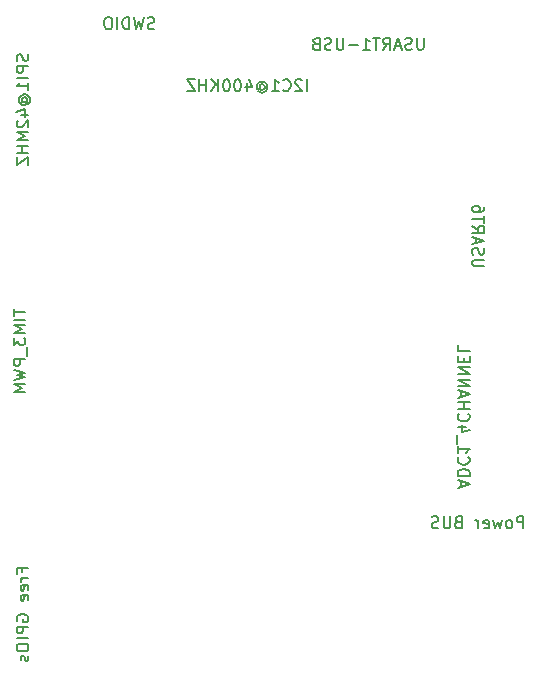
<source format=gbr>
G04 #@! TF.GenerationSoftware,KiCad,Pcbnew,(5.1.5)-2*
G04 #@! TF.CreationDate,2020-05-24T12:04:12+08:00*
G04 #@! TF.ProjectId,Bonjour STM32,426f6e6a-6f75-4722-9053-544d33322e6b,rev?*
G04 #@! TF.SameCoordinates,Original*
G04 #@! TF.FileFunction,Legend,Bot*
G04 #@! TF.FilePolarity,Positive*
%FSLAX46Y46*%
G04 Gerber Fmt 4.6, Leading zero omitted, Abs format (unit mm)*
G04 Created by KiCad (PCBNEW (5.1.5)-2) date 2020-05-24 12:04:12*
%MOMM*%
%LPD*%
G04 APERTURE LIST*
%ADD10C,0.150000*%
G04 APERTURE END LIST*
D10*
X199666666Y-58452380D02*
X199666666Y-59261904D01*
X199619047Y-59357142D01*
X199571428Y-59404761D01*
X199476190Y-59452380D01*
X199285714Y-59452380D01*
X199190476Y-59404761D01*
X199142857Y-59357142D01*
X199095238Y-59261904D01*
X199095238Y-58452380D01*
X198666666Y-59404761D02*
X198523809Y-59452380D01*
X198285714Y-59452380D01*
X198190476Y-59404761D01*
X198142857Y-59357142D01*
X198095238Y-59261904D01*
X198095238Y-59166666D01*
X198142857Y-59071428D01*
X198190476Y-59023809D01*
X198285714Y-58976190D01*
X198476190Y-58928571D01*
X198571428Y-58880952D01*
X198619047Y-58833333D01*
X198666666Y-58738095D01*
X198666666Y-58642857D01*
X198619047Y-58547619D01*
X198571428Y-58500000D01*
X198476190Y-58452380D01*
X198238095Y-58452380D01*
X198095238Y-58500000D01*
X197714285Y-59166666D02*
X197238095Y-59166666D01*
X197809523Y-59452380D02*
X197476190Y-58452380D01*
X197142857Y-59452380D01*
X196238095Y-59452380D02*
X196571428Y-58976190D01*
X196809523Y-59452380D02*
X196809523Y-58452380D01*
X196428571Y-58452380D01*
X196333333Y-58500000D01*
X196285714Y-58547619D01*
X196238095Y-58642857D01*
X196238095Y-58785714D01*
X196285714Y-58880952D01*
X196333333Y-58928571D01*
X196428571Y-58976190D01*
X196809523Y-58976190D01*
X195952380Y-58452380D02*
X195380952Y-58452380D01*
X195666666Y-59452380D02*
X195666666Y-58452380D01*
X194523809Y-59452380D02*
X195095238Y-59452380D01*
X194809523Y-59452380D02*
X194809523Y-58452380D01*
X194904761Y-58595238D01*
X195000000Y-58690476D01*
X195095238Y-58738095D01*
X194095238Y-59071428D02*
X193333333Y-59071428D01*
X192857142Y-58452380D02*
X192857142Y-59261904D01*
X192809523Y-59357142D01*
X192761904Y-59404761D01*
X192666666Y-59452380D01*
X192476190Y-59452380D01*
X192380952Y-59404761D01*
X192333333Y-59357142D01*
X192285714Y-59261904D01*
X192285714Y-58452380D01*
X191857142Y-59404761D02*
X191714285Y-59452380D01*
X191476190Y-59452380D01*
X191380952Y-59404761D01*
X191333333Y-59357142D01*
X191285714Y-59261904D01*
X191285714Y-59166666D01*
X191333333Y-59071428D01*
X191380952Y-59023809D01*
X191476190Y-58976190D01*
X191666666Y-58928571D01*
X191761904Y-58880952D01*
X191809523Y-58833333D01*
X191857142Y-58738095D01*
X191857142Y-58642857D01*
X191809523Y-58547619D01*
X191761904Y-58500000D01*
X191666666Y-58452380D01*
X191428571Y-58452380D01*
X191285714Y-58500000D01*
X190523809Y-58928571D02*
X190380952Y-58976190D01*
X190333333Y-59023809D01*
X190285714Y-59119047D01*
X190285714Y-59261904D01*
X190333333Y-59357142D01*
X190380952Y-59404761D01*
X190476190Y-59452380D01*
X190857142Y-59452380D01*
X190857142Y-58452380D01*
X190523809Y-58452380D01*
X190428571Y-58500000D01*
X190380952Y-58547619D01*
X190333333Y-58642857D01*
X190333333Y-58738095D01*
X190380952Y-58833333D01*
X190428571Y-58880952D01*
X190523809Y-58928571D01*
X190857142Y-58928571D01*
X176869047Y-57654761D02*
X176726190Y-57702380D01*
X176488095Y-57702380D01*
X176392857Y-57654761D01*
X176345238Y-57607142D01*
X176297619Y-57511904D01*
X176297619Y-57416666D01*
X176345238Y-57321428D01*
X176392857Y-57273809D01*
X176488095Y-57226190D01*
X176678571Y-57178571D01*
X176773809Y-57130952D01*
X176821428Y-57083333D01*
X176869047Y-56988095D01*
X176869047Y-56892857D01*
X176821428Y-56797619D01*
X176773809Y-56750000D01*
X176678571Y-56702380D01*
X176440476Y-56702380D01*
X176297619Y-56750000D01*
X175964285Y-56702380D02*
X175726190Y-57702380D01*
X175535714Y-56988095D01*
X175345238Y-57702380D01*
X175107142Y-56702380D01*
X174726190Y-57702380D02*
X174726190Y-56702380D01*
X174488095Y-56702380D01*
X174345238Y-56750000D01*
X174250000Y-56845238D01*
X174202380Y-56940476D01*
X174154761Y-57130952D01*
X174154761Y-57273809D01*
X174202380Y-57464285D01*
X174250000Y-57559523D01*
X174345238Y-57654761D01*
X174488095Y-57702380D01*
X174726190Y-57702380D01*
X173726190Y-57702380D02*
X173726190Y-56702380D01*
X173059523Y-56702380D02*
X172869047Y-56702380D01*
X172773809Y-56750000D01*
X172678571Y-56845238D01*
X172630952Y-57035714D01*
X172630952Y-57369047D01*
X172678571Y-57559523D01*
X172773809Y-57654761D01*
X172869047Y-57702380D01*
X173059523Y-57702380D01*
X173154761Y-57654761D01*
X173250000Y-57559523D01*
X173297619Y-57369047D01*
X173297619Y-57035714D01*
X173250000Y-56845238D01*
X173154761Y-56750000D01*
X173059523Y-56702380D01*
X208107142Y-99952380D02*
X208107142Y-98952380D01*
X207726190Y-98952380D01*
X207630952Y-99000000D01*
X207583333Y-99047619D01*
X207535714Y-99142857D01*
X207535714Y-99285714D01*
X207583333Y-99380952D01*
X207630952Y-99428571D01*
X207726190Y-99476190D01*
X208107142Y-99476190D01*
X206964285Y-99952380D02*
X207059523Y-99904761D01*
X207107142Y-99857142D01*
X207154761Y-99761904D01*
X207154761Y-99476190D01*
X207107142Y-99380952D01*
X207059523Y-99333333D01*
X206964285Y-99285714D01*
X206821428Y-99285714D01*
X206726190Y-99333333D01*
X206678571Y-99380952D01*
X206630952Y-99476190D01*
X206630952Y-99761904D01*
X206678571Y-99857142D01*
X206726190Y-99904761D01*
X206821428Y-99952380D01*
X206964285Y-99952380D01*
X206297619Y-99285714D02*
X206107142Y-99952380D01*
X205916666Y-99476190D01*
X205726190Y-99952380D01*
X205535714Y-99285714D01*
X204773809Y-99904761D02*
X204869047Y-99952380D01*
X205059523Y-99952380D01*
X205154761Y-99904761D01*
X205202380Y-99809523D01*
X205202380Y-99428571D01*
X205154761Y-99333333D01*
X205059523Y-99285714D01*
X204869047Y-99285714D01*
X204773809Y-99333333D01*
X204726190Y-99428571D01*
X204726190Y-99523809D01*
X205202380Y-99619047D01*
X204297619Y-99952380D02*
X204297619Y-99285714D01*
X204297619Y-99476190D02*
X204250000Y-99380952D01*
X204202380Y-99333333D01*
X204107142Y-99285714D01*
X204011904Y-99285714D01*
X202583333Y-99428571D02*
X202440476Y-99476190D01*
X202392857Y-99523809D01*
X202345238Y-99619047D01*
X202345238Y-99761904D01*
X202392857Y-99857142D01*
X202440476Y-99904761D01*
X202535714Y-99952380D01*
X202916666Y-99952380D01*
X202916666Y-98952380D01*
X202583333Y-98952380D01*
X202488095Y-99000000D01*
X202440476Y-99047619D01*
X202392857Y-99142857D01*
X202392857Y-99238095D01*
X202440476Y-99333333D01*
X202488095Y-99380952D01*
X202583333Y-99428571D01*
X202916666Y-99428571D01*
X201916666Y-98952380D02*
X201916666Y-99761904D01*
X201869047Y-99857142D01*
X201821428Y-99904761D01*
X201726190Y-99952380D01*
X201535714Y-99952380D01*
X201440476Y-99904761D01*
X201392857Y-99857142D01*
X201345238Y-99761904D01*
X201345238Y-98952380D01*
X200916666Y-99904761D02*
X200773809Y-99952380D01*
X200535714Y-99952380D01*
X200440476Y-99904761D01*
X200392857Y-99857142D01*
X200345238Y-99761904D01*
X200345238Y-99666666D01*
X200392857Y-99571428D01*
X200440476Y-99523809D01*
X200535714Y-99476190D01*
X200726190Y-99428571D01*
X200821428Y-99380952D01*
X200869047Y-99333333D01*
X200916666Y-99238095D01*
X200916666Y-99142857D01*
X200869047Y-99047619D01*
X200821428Y-99000000D01*
X200726190Y-98952380D01*
X200488095Y-98952380D01*
X200345238Y-99000000D01*
X202833333Y-96428571D02*
X202833333Y-95952380D01*
X202547619Y-96523809D02*
X203547619Y-96190476D01*
X202547619Y-95857142D01*
X202547619Y-95523809D02*
X203547619Y-95523809D01*
X203547619Y-95285714D01*
X203500000Y-95142857D01*
X203404761Y-95047619D01*
X203309523Y-95000000D01*
X203119047Y-94952380D01*
X202976190Y-94952380D01*
X202785714Y-95000000D01*
X202690476Y-95047619D01*
X202595238Y-95142857D01*
X202547619Y-95285714D01*
X202547619Y-95523809D01*
X202642857Y-93952380D02*
X202595238Y-94000000D01*
X202547619Y-94142857D01*
X202547619Y-94238095D01*
X202595238Y-94380952D01*
X202690476Y-94476190D01*
X202785714Y-94523809D01*
X202976190Y-94571428D01*
X203119047Y-94571428D01*
X203309523Y-94523809D01*
X203404761Y-94476190D01*
X203500000Y-94380952D01*
X203547619Y-94238095D01*
X203547619Y-94142857D01*
X203500000Y-94000000D01*
X203452380Y-93952380D01*
X202547619Y-93000000D02*
X202547619Y-93571428D01*
X202547619Y-93285714D02*
X203547619Y-93285714D01*
X203404761Y-93380952D01*
X203309523Y-93476190D01*
X203261904Y-93571428D01*
X202452380Y-92809523D02*
X202452380Y-92047619D01*
X203214285Y-91380952D02*
X202547619Y-91380952D01*
X203595238Y-91619047D02*
X202880952Y-91857142D01*
X202880952Y-91238095D01*
X202642857Y-90285714D02*
X202595238Y-90333333D01*
X202547619Y-90476190D01*
X202547619Y-90571428D01*
X202595238Y-90714285D01*
X202690476Y-90809523D01*
X202785714Y-90857142D01*
X202976190Y-90904761D01*
X203119047Y-90904761D01*
X203309523Y-90857142D01*
X203404761Y-90809523D01*
X203500000Y-90714285D01*
X203547619Y-90571428D01*
X203547619Y-90476190D01*
X203500000Y-90333333D01*
X203452380Y-90285714D01*
X202547619Y-89857142D02*
X203547619Y-89857142D01*
X203071428Y-89857142D02*
X203071428Y-89285714D01*
X202547619Y-89285714D02*
X203547619Y-89285714D01*
X202833333Y-88857142D02*
X202833333Y-88380952D01*
X202547619Y-88952380D02*
X203547619Y-88619047D01*
X202547619Y-88285714D01*
X202547619Y-87952380D02*
X203547619Y-87952380D01*
X202547619Y-87380952D01*
X203547619Y-87380952D01*
X202547619Y-86904761D02*
X203547619Y-86904761D01*
X202547619Y-86333333D01*
X203547619Y-86333333D01*
X203071428Y-85857142D02*
X203071428Y-85523809D01*
X202547619Y-85380952D02*
X202547619Y-85857142D01*
X203547619Y-85857142D01*
X203547619Y-85380952D01*
X202547619Y-84476190D02*
X202547619Y-84952380D01*
X203547619Y-84952380D01*
X189773809Y-62952380D02*
X189773809Y-61952380D01*
X189345238Y-62047619D02*
X189297619Y-62000000D01*
X189202380Y-61952380D01*
X188964285Y-61952380D01*
X188869047Y-62000000D01*
X188821428Y-62047619D01*
X188773809Y-62142857D01*
X188773809Y-62238095D01*
X188821428Y-62380952D01*
X189392857Y-62952380D01*
X188773809Y-62952380D01*
X187773809Y-62857142D02*
X187821428Y-62904761D01*
X187964285Y-62952380D01*
X188059523Y-62952380D01*
X188202380Y-62904761D01*
X188297619Y-62809523D01*
X188345238Y-62714285D01*
X188392857Y-62523809D01*
X188392857Y-62380952D01*
X188345238Y-62190476D01*
X188297619Y-62095238D01*
X188202380Y-62000000D01*
X188059523Y-61952380D01*
X187964285Y-61952380D01*
X187821428Y-62000000D01*
X187773809Y-62047619D01*
X186821428Y-62952380D02*
X187392857Y-62952380D01*
X187107142Y-62952380D02*
X187107142Y-61952380D01*
X187202380Y-62095238D01*
X187297619Y-62190476D01*
X187392857Y-62238095D01*
X185773809Y-62476190D02*
X185821428Y-62428571D01*
X185916666Y-62380952D01*
X186011904Y-62380952D01*
X186107142Y-62428571D01*
X186154761Y-62476190D01*
X186202380Y-62571428D01*
X186202380Y-62666666D01*
X186154761Y-62761904D01*
X186107142Y-62809523D01*
X186011904Y-62857142D01*
X185916666Y-62857142D01*
X185821428Y-62809523D01*
X185773809Y-62761904D01*
X185773809Y-62380952D02*
X185773809Y-62761904D01*
X185726190Y-62809523D01*
X185678571Y-62809523D01*
X185583333Y-62761904D01*
X185535714Y-62666666D01*
X185535714Y-62428571D01*
X185630952Y-62285714D01*
X185773809Y-62190476D01*
X185964285Y-62142857D01*
X186154761Y-62190476D01*
X186297619Y-62285714D01*
X186392857Y-62428571D01*
X186440476Y-62619047D01*
X186392857Y-62809523D01*
X186297619Y-62952380D01*
X186154761Y-63047619D01*
X185964285Y-63095238D01*
X185773809Y-63047619D01*
X185630952Y-62952380D01*
X184678571Y-62285714D02*
X184678571Y-62952380D01*
X184916666Y-61904761D02*
X185154761Y-62619047D01*
X184535714Y-62619047D01*
X183964285Y-61952380D02*
X183869047Y-61952380D01*
X183773809Y-62000000D01*
X183726190Y-62047619D01*
X183678571Y-62142857D01*
X183630952Y-62333333D01*
X183630952Y-62571428D01*
X183678571Y-62761904D01*
X183726190Y-62857142D01*
X183773809Y-62904761D01*
X183869047Y-62952380D01*
X183964285Y-62952380D01*
X184059523Y-62904761D01*
X184107142Y-62857142D01*
X184154761Y-62761904D01*
X184202380Y-62571428D01*
X184202380Y-62333333D01*
X184154761Y-62142857D01*
X184107142Y-62047619D01*
X184059523Y-62000000D01*
X183964285Y-61952380D01*
X183011904Y-61952380D02*
X182916666Y-61952380D01*
X182821428Y-62000000D01*
X182773809Y-62047619D01*
X182726190Y-62142857D01*
X182678571Y-62333333D01*
X182678571Y-62571428D01*
X182726190Y-62761904D01*
X182773809Y-62857142D01*
X182821428Y-62904761D01*
X182916666Y-62952380D01*
X183011904Y-62952380D01*
X183107142Y-62904761D01*
X183154761Y-62857142D01*
X183202380Y-62761904D01*
X183250000Y-62571428D01*
X183250000Y-62333333D01*
X183202380Y-62142857D01*
X183154761Y-62047619D01*
X183107142Y-62000000D01*
X183011904Y-61952380D01*
X182250000Y-62952380D02*
X182250000Y-61952380D01*
X181678571Y-62952380D02*
X182107142Y-62380952D01*
X181678571Y-61952380D02*
X182250000Y-62523809D01*
X181250000Y-62952380D02*
X181250000Y-61952380D01*
X181250000Y-62428571D02*
X180678571Y-62428571D01*
X180678571Y-62952380D02*
X180678571Y-61952380D01*
X180297619Y-61952380D02*
X179630952Y-61952380D01*
X180297619Y-62952380D01*
X179630952Y-62952380D01*
X165678571Y-103678571D02*
X165678571Y-103345238D01*
X166202380Y-103345238D02*
X165202380Y-103345238D01*
X165202380Y-103821428D01*
X166202380Y-104202380D02*
X165535714Y-104202380D01*
X165726190Y-104202380D02*
X165630952Y-104250000D01*
X165583333Y-104297619D01*
X165535714Y-104392857D01*
X165535714Y-104488095D01*
X166154761Y-105202380D02*
X166202380Y-105107142D01*
X166202380Y-104916666D01*
X166154761Y-104821428D01*
X166059523Y-104773809D01*
X165678571Y-104773809D01*
X165583333Y-104821428D01*
X165535714Y-104916666D01*
X165535714Y-105107142D01*
X165583333Y-105202380D01*
X165678571Y-105250000D01*
X165773809Y-105250000D01*
X165869047Y-104773809D01*
X166154761Y-106059523D02*
X166202380Y-105964285D01*
X166202380Y-105773809D01*
X166154761Y-105678571D01*
X166059523Y-105630952D01*
X165678571Y-105630952D01*
X165583333Y-105678571D01*
X165535714Y-105773809D01*
X165535714Y-105964285D01*
X165583333Y-106059523D01*
X165678571Y-106107142D01*
X165773809Y-106107142D01*
X165869047Y-105630952D01*
X165250000Y-107821428D02*
X165202380Y-107726190D01*
X165202380Y-107583333D01*
X165250000Y-107440476D01*
X165345238Y-107345238D01*
X165440476Y-107297619D01*
X165630952Y-107250000D01*
X165773809Y-107250000D01*
X165964285Y-107297619D01*
X166059523Y-107345238D01*
X166154761Y-107440476D01*
X166202380Y-107583333D01*
X166202380Y-107678571D01*
X166154761Y-107821428D01*
X166107142Y-107869047D01*
X165773809Y-107869047D01*
X165773809Y-107678571D01*
X166202380Y-108297619D02*
X165202380Y-108297619D01*
X165202380Y-108678571D01*
X165250000Y-108773809D01*
X165297619Y-108821428D01*
X165392857Y-108869047D01*
X165535714Y-108869047D01*
X165630952Y-108821428D01*
X165678571Y-108773809D01*
X165726190Y-108678571D01*
X165726190Y-108297619D01*
X166202380Y-109297619D02*
X165202380Y-109297619D01*
X165202380Y-109964285D02*
X165202380Y-110154761D01*
X165250000Y-110250000D01*
X165345238Y-110345238D01*
X165535714Y-110392857D01*
X165869047Y-110392857D01*
X166059523Y-110345238D01*
X166154761Y-110250000D01*
X166202380Y-110154761D01*
X166202380Y-109964285D01*
X166154761Y-109869047D01*
X166059523Y-109773809D01*
X165869047Y-109726190D01*
X165535714Y-109726190D01*
X165345238Y-109773809D01*
X165250000Y-109869047D01*
X165202380Y-109964285D01*
X166154761Y-110773809D02*
X166202380Y-110869047D01*
X166202380Y-111059523D01*
X166154761Y-111154761D01*
X166059523Y-111202380D01*
X166011904Y-111202380D01*
X165916666Y-111154761D01*
X165869047Y-111059523D01*
X165869047Y-110916666D01*
X165821428Y-110821428D01*
X165726190Y-110773809D01*
X165678571Y-110773809D01*
X165583333Y-110821428D01*
X165535714Y-110916666D01*
X165535714Y-111059523D01*
X165583333Y-111154761D01*
X164952380Y-81404761D02*
X164952380Y-81976190D01*
X165952380Y-81690476D02*
X164952380Y-81690476D01*
X165952380Y-82309523D02*
X164952380Y-82309523D01*
X165952380Y-82785714D02*
X164952380Y-82785714D01*
X165666666Y-83119047D01*
X164952380Y-83452380D01*
X165952380Y-83452380D01*
X164952380Y-83833333D02*
X164952380Y-84452380D01*
X165333333Y-84119047D01*
X165333333Y-84261904D01*
X165380952Y-84357142D01*
X165428571Y-84404761D01*
X165523809Y-84452380D01*
X165761904Y-84452380D01*
X165857142Y-84404761D01*
X165904761Y-84357142D01*
X165952380Y-84261904D01*
X165952380Y-83976190D01*
X165904761Y-83880952D01*
X165857142Y-83833333D01*
X166047619Y-84642857D02*
X166047619Y-85404761D01*
X165952380Y-85642857D02*
X164952380Y-85642857D01*
X164952380Y-86023809D01*
X165000000Y-86119047D01*
X165047619Y-86166666D01*
X165142857Y-86214285D01*
X165285714Y-86214285D01*
X165380952Y-86166666D01*
X165428571Y-86119047D01*
X165476190Y-86023809D01*
X165476190Y-85642857D01*
X164952380Y-86547619D02*
X165952380Y-86785714D01*
X165238095Y-86976190D01*
X165952380Y-87166666D01*
X164952380Y-87404761D01*
X165952380Y-87785714D02*
X164952380Y-87785714D01*
X165666666Y-88119047D01*
X164952380Y-88452380D01*
X165952380Y-88452380D01*
X204797619Y-77797619D02*
X203988095Y-77797619D01*
X203892857Y-77750000D01*
X203845238Y-77702380D01*
X203797619Y-77607142D01*
X203797619Y-77416666D01*
X203845238Y-77321428D01*
X203892857Y-77273809D01*
X203988095Y-77226190D01*
X204797619Y-77226190D01*
X203845238Y-76797619D02*
X203797619Y-76654761D01*
X203797619Y-76416666D01*
X203845238Y-76321428D01*
X203892857Y-76273809D01*
X203988095Y-76226190D01*
X204083333Y-76226190D01*
X204178571Y-76273809D01*
X204226190Y-76321428D01*
X204273809Y-76416666D01*
X204321428Y-76607142D01*
X204369047Y-76702380D01*
X204416666Y-76750000D01*
X204511904Y-76797619D01*
X204607142Y-76797619D01*
X204702380Y-76750000D01*
X204750000Y-76702380D01*
X204797619Y-76607142D01*
X204797619Y-76369047D01*
X204750000Y-76226190D01*
X204083333Y-75845238D02*
X204083333Y-75369047D01*
X203797619Y-75940476D02*
X204797619Y-75607142D01*
X203797619Y-75273809D01*
X203797619Y-74369047D02*
X204273809Y-74702380D01*
X203797619Y-74940476D02*
X204797619Y-74940476D01*
X204797619Y-74559523D01*
X204750000Y-74464285D01*
X204702380Y-74416666D01*
X204607142Y-74369047D01*
X204464285Y-74369047D01*
X204369047Y-74416666D01*
X204321428Y-74464285D01*
X204273809Y-74559523D01*
X204273809Y-74940476D01*
X204797619Y-74083333D02*
X204797619Y-73511904D01*
X203797619Y-73797619D02*
X204797619Y-73797619D01*
X204797619Y-72750000D02*
X204797619Y-72940476D01*
X204750000Y-73035714D01*
X204702380Y-73083333D01*
X204559523Y-73178571D01*
X204369047Y-73226190D01*
X203988095Y-73226190D01*
X203892857Y-73178571D01*
X203845238Y-73130952D01*
X203797619Y-73035714D01*
X203797619Y-72845238D01*
X203845238Y-72750000D01*
X203892857Y-72702380D01*
X203988095Y-72654761D01*
X204226190Y-72654761D01*
X204321428Y-72702380D01*
X204369047Y-72750000D01*
X204416666Y-72845238D01*
X204416666Y-73035714D01*
X204369047Y-73130952D01*
X204321428Y-73178571D01*
X204226190Y-73226190D01*
X166154761Y-59833333D02*
X166202380Y-59976190D01*
X166202380Y-60214285D01*
X166154761Y-60309523D01*
X166107142Y-60357142D01*
X166011904Y-60404761D01*
X165916666Y-60404761D01*
X165821428Y-60357142D01*
X165773809Y-60309523D01*
X165726190Y-60214285D01*
X165678571Y-60023809D01*
X165630952Y-59928571D01*
X165583333Y-59880952D01*
X165488095Y-59833333D01*
X165392857Y-59833333D01*
X165297619Y-59880952D01*
X165250000Y-59928571D01*
X165202380Y-60023809D01*
X165202380Y-60261904D01*
X165250000Y-60404761D01*
X166202380Y-60833333D02*
X165202380Y-60833333D01*
X165202380Y-61214285D01*
X165250000Y-61309523D01*
X165297619Y-61357142D01*
X165392857Y-61404761D01*
X165535714Y-61404761D01*
X165630952Y-61357142D01*
X165678571Y-61309523D01*
X165726190Y-61214285D01*
X165726190Y-60833333D01*
X166202380Y-61833333D02*
X165202380Y-61833333D01*
X166202380Y-62833333D02*
X166202380Y-62261904D01*
X166202380Y-62547619D02*
X165202380Y-62547619D01*
X165345238Y-62452380D01*
X165440476Y-62357142D01*
X165488095Y-62261904D01*
X165726190Y-63880952D02*
X165678571Y-63833333D01*
X165630952Y-63738095D01*
X165630952Y-63642857D01*
X165678571Y-63547619D01*
X165726190Y-63500000D01*
X165821428Y-63452380D01*
X165916666Y-63452380D01*
X166011904Y-63500000D01*
X166059523Y-63547619D01*
X166107142Y-63642857D01*
X166107142Y-63738095D01*
X166059523Y-63833333D01*
X166011904Y-63880952D01*
X165630952Y-63880952D02*
X166011904Y-63880952D01*
X166059523Y-63928571D01*
X166059523Y-63976190D01*
X166011904Y-64071428D01*
X165916666Y-64119047D01*
X165678571Y-64119047D01*
X165535714Y-64023809D01*
X165440476Y-63880952D01*
X165392857Y-63690476D01*
X165440476Y-63500000D01*
X165535714Y-63357142D01*
X165678571Y-63261904D01*
X165869047Y-63214285D01*
X166059523Y-63261904D01*
X166202380Y-63357142D01*
X166297619Y-63500000D01*
X166345238Y-63690476D01*
X166297619Y-63880952D01*
X166202380Y-64023809D01*
X165535714Y-64976190D02*
X166202380Y-64976190D01*
X165154761Y-64738095D02*
X165869047Y-64500000D01*
X165869047Y-65119047D01*
X165297619Y-65452380D02*
X165250000Y-65500000D01*
X165202380Y-65595238D01*
X165202380Y-65833333D01*
X165250000Y-65928571D01*
X165297619Y-65976190D01*
X165392857Y-66023809D01*
X165488095Y-66023809D01*
X165630952Y-65976190D01*
X166202380Y-65404761D01*
X166202380Y-66023809D01*
X166202380Y-66452380D02*
X165202380Y-66452380D01*
X165916666Y-66785714D01*
X165202380Y-67119047D01*
X166202380Y-67119047D01*
X166202380Y-67595238D02*
X165202380Y-67595238D01*
X165678571Y-67595238D02*
X165678571Y-68166666D01*
X166202380Y-68166666D02*
X165202380Y-68166666D01*
X165202380Y-68547619D02*
X165202380Y-69214285D01*
X166202380Y-68547619D01*
X166202380Y-69214285D01*
M02*

</source>
